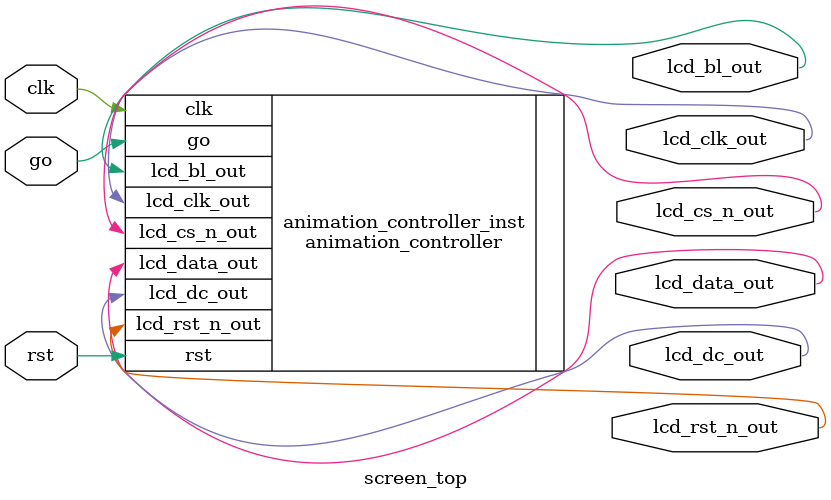
<source format=v>
module screen_top (
    input wire clk,
    input wire rst,
    input wire go,

    // for lcd screen
    output wire lcd_rst_n_out,
    output wire lcd_bl_out,
    output wire lcd_dc_out,
    output wire lcd_clk_out,
    output wire lcd_data_out,
    output wire lcd_cs_n_out
);

    animation_controller animation_controller_inst (
        .clk(clk),
        .rst(rst),
        .go(go),
        .lcd_rst_n_out(lcd_rst_n_out),
        .lcd_bl_out(lcd_bl_out),
        .lcd_dc_out(lcd_dc_out),
        .lcd_clk_out(lcd_clk_out),
        .lcd_data_out(lcd_data_out),
        .lcd_cs_n_out(lcd_cs_n_out)
    );

   
    
endmodule
</source>
